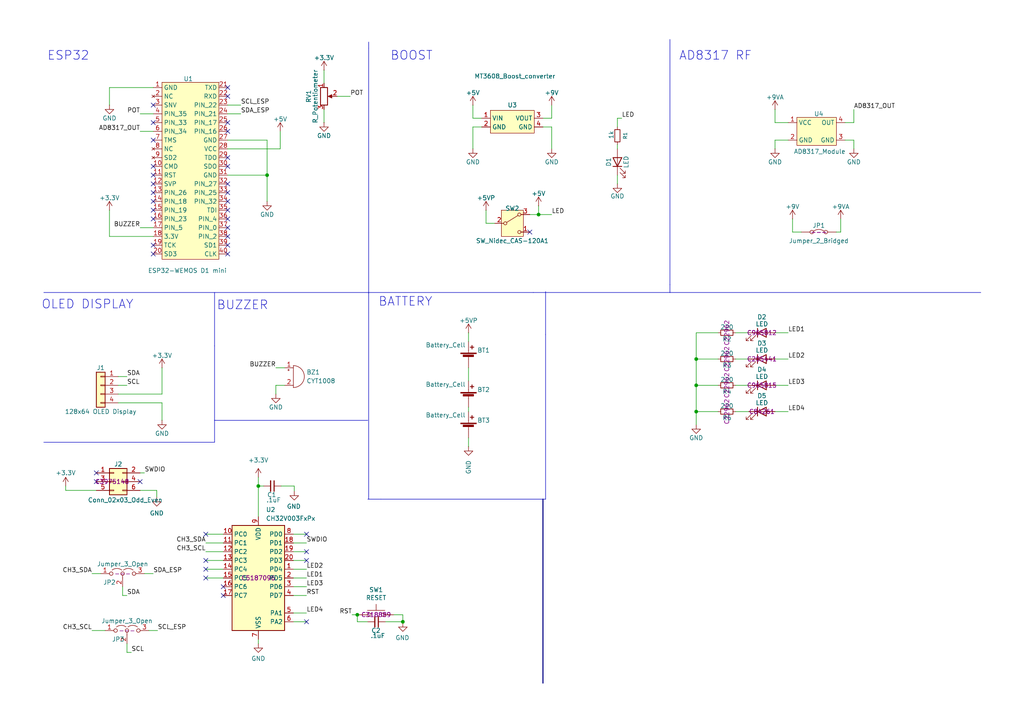
<source format=kicad_sch>
(kicad_sch (version 20250114) (generator "eeschema") (generator_version "9.0")
  (paper "A4")
  (lib_symbols
    (symbol "Battery_Cell_1" (pin_numbers (hide yes)) (pin_names (offset 0) (hide yes))
      (property "Reference" "BT4" (at 2.54 2.54 0))
      (property "Value" "Battery_Cell" (at -12.446 4.064 0))
      (symbol "Battery_Cell_1_0_1"
        (rectangle (start -2.286 1.778) (end 2.286 1.524) (fill (type outline)))
        (rectangle (start -1.5748 1.1938) (end 1.4732 0.6858) (fill (type outline)))
        (polyline (pts (xy 0 1.778) (xy 0 2.54)))
        (polyline (pts (xy 0 0.762) (xy 0 0)))
        (polyline (pts (xy 0.508 3.429) (xy 1.524 3.429)) (stroke (width 0.254)))
        (polyline (pts (xy 1.016 3.937) (xy 1.016 2.921)) (stroke (width 0.254)))
      )
      (symbol "Battery_Cell_1_1_1"
        (pin passive line (at 0 5.08 270) (length 2.54) (name "+") (number "1"))
        (pin passive line (at 0 -2.54 90) (length 2.54) (name "-") (number "2"))
      )
    )
    (symbol "Connector_Generic:Conn_01x04" (pin_names (offset 1.016) (hide yes))
      (property "Reference" "J" (at 0 5.08 0))
      (property "Value" "Conn_01x04" (at 0 -7.62 0))
      (symbol "Conn_01x04_1_1"
        (rectangle (start -1.27 3.81) (end 1.27 -6.35) (stroke (width 0.254)) (fill (type background)))
        (rectangle (start -1.27 2.667) (end 0 2.413) (stroke (width 0.1524)))
        (rectangle (start -1.27 0.127) (end 0 -0.127) (stroke (width 0.1524)))
        (rectangle (start -1.27 -2.413) (end 0 -2.667) (stroke (width 0.1524)))
        (rectangle (start -1.27 -4.953) (end 0 -5.207) (stroke (width 0.1524)))
        (pin passive line (at -5.08 2.54 0) (length 3.81) (name "Pin_1") (number "1"))
        (pin passive line (at -5.08 0 0) (length 3.81) (name "Pin_2") (number "2"))
        (pin passive line (at -5.08 -2.54 0) (length 3.81) (name "Pin_3") (number "3"))
        (pin passive line (at -5.08 -5.08 0) (length 3.81) (name "Pin_4") (number "4"))
      )
    )
    (symbol "Connector_Generic:Conn_02x03_Odd_Even" (pin_names (offset 1.016) (hide yes))
      (property "Reference" "J" (at 1.27 5.08 0))
      (property "Value" "Conn_02x03_Odd_Even" (at 1.27 -5.08 0))
      (symbol "Conn_02x03_Odd_Even_1_1"
        (rectangle (start -1.27 3.81) (end 3.81 -3.81) (stroke (width 0.254)) (fill (type background)))
        (rectangle (start -1.27 2.667) (end 0 2.413) (stroke (width 0.1524)))
        (rectangle (start -1.27 0.127) (end 0 -0.127) (stroke (width 0.1524)))
        (rectangle (start -1.27 -2.413) (end 0 -2.667) (stroke (width 0.1524)))
        (rectangle (start 3.81 2.667) (end 2.54 2.413) (stroke (width 0.1524)))
        (rectangle (start 3.81 0.127) (end 2.54 -0.127) (stroke (width 0.1524)))
        (rectangle (start 3.81 -2.413) (end 2.54 -2.667) (stroke (width 0.1524)))
        (pin passive line (at -5.08 2.54 0) (length 3.81) (name "Pin_1") (number "1"))
        (pin passive line (at -5.08 0 0) (length 3.81) (name "Pin_3") (number "3"))
        (pin passive line (at -5.08 -2.54 0) (length 3.81) (name "Pin_5") (number "5"))
        (pin passive line (at 7.62 2.54 180) (length 3.81) (name "Pin_2") (number "2"))
        (pin passive line (at 7.62 0 180) (length 3.81) (name "Pin_4") (number "4"))
        (pin passive line (at 7.62 -2.54 180) (length 3.81) (name "Pin_6") (number "6"))
      )
    )
    (symbol "Device:Battery_Cell" (pin_numbers (hide yes)) (pin_names (offset 0) (hide yes))
      (property "Reference" "BT3" (at 2.54 2.54 0))
      (property "Value" "Battery_Cell" (at -12.446 4.064 0))
      (symbol "Battery_Cell_0_1"
        (rectangle (start -2.286 1.778) (end 2.286 1.524) (fill (type outline)))
        (rectangle (start -1.5748 1.1938) (end 1.4732 0.6858) (fill (type outline)))
        (polyline (pts (xy 0 1.778) (xy 0 2.54)))
        (polyline (pts (xy 0 0.762) (xy 0 0)))
        (polyline (pts (xy 0.508 3.429) (xy 1.524 3.429)) (stroke (width 0.254)))
        (polyline (pts (xy 1.016 3.937) (xy 1.016 2.921)) (stroke (width 0.254)))
      )
      (symbol "Battery_Cell_1_1"
        (pin passive line (at 0 5.08 270) (length 2.54) (name "+") (number "1"))
        (pin passive line (at 0 -2.54 90) (length 2.54) (name "-") (number "2"))
      )
    )
    (symbol "Device:Buzzer" (pin_names (offset 0.0254) (hide yes))
      (property "Reference" "BZ" (at 3.81 1.27 0))
      (property "Value" "Buzzer" (at 3.81 -1.27 0))
      (symbol "Buzzer_0_1"
        (polyline (pts (xy -1.651 1.905) (xy -1.143 1.905)))
        (polyline (pts (xy -1.397 2.159) (xy -1.397 1.651)))
        (arc (start 0 3.175) (mid 3.1612 0) (end 0 -3.175))
        (polyline (pts (xy 0 3.175) (xy 0 -3.175)))
      )
      (symbol "Buzzer_1_1"
        (pin passive line (at -2.54 2.54 0) (length 2.54) (name "+") (number "1"))
        (pin passive line (at -2.54 -2.54 0) (length 2.54) (name "-") (number "2"))
      )
    )
    (symbol "Device:C_Small" (pin_numbers (hide yes)) (pin_names (offset 0.254) (hide yes))
      (property "Reference" "C" (at 0.254 1.778 0))
      (property "Value" "C_Small" (at 0.254 -2.032 0))
      (symbol "C_Small_0_1"
        (polyline (pts (xy -1.524 0.508) (xy 1.524 0.508)) (stroke (width 0.3048)))
        (polyline (pts (xy -1.524 -0.508) (xy 1.524 -0.508)) (stroke (width 0.3302)))
      )
      (symbol "C_Small_1_1"
        (pin passive line (at 0 2.54 270) (length 2.032) (name "~") (number "1"))
        (pin passive line (at 0 -2.54 90) (length 2.032) (name "~") (number "2"))
      )
    )
    (symbol "Device:LED" (pin_numbers (hide yes)) (pin_names (offset 1.016) (hide yes))
      (property "Reference" "D" (at 0 2.54 0))
      (property "Value" "LED" (at 0 -2.54 0))
      (symbol "LED_0_1"
        (polyline (pts (xy -3.048 -0.762) (xy -4.572 -2.286) (xy -3.81 -2.286) (xy -4.572 -2.286) (xy -4.572 -1.524)))
        (polyline (pts (xy -1.778 -0.762) (xy -3.302 -2.286) (xy -2.54 -2.286) (xy -3.302 -2.286) (xy -3.302 -1.524)))
        (polyline (pts (xy -1.27 0) (xy 1.27 0)))
        (polyline (pts (xy -1.27 -1.27) (xy -1.27 1.27)) (stroke (width 0.254)))
        (polyline (pts (xy 1.27 -1.27) (xy 1.27 1.27) (xy -1.27 0) (xy 1.27 -1.27)) (stroke (width 0.254)))
      )
      (symbol "LED_1_1"
        (pin passive line (at -3.81 0 0) (length 2.54) (name "K") (number "1"))
        (pin passive line (at 3.81 0 180) (length 2.54) (name "A") (number "2"))
      )
    )
    (symbol "Device:R_Potentiometer" (pin_names (offset 1.016) (hide yes))
      (property "Reference" "RV" (at -4.445 0 90))
      (property "Value" "R_Potentiometer" (at -2.54 0 90))
      (symbol "R_Potentiometer_0_1"
        (rectangle (start 1.016 2.54) (end -1.016 -2.54) (stroke (width 0.254)))
        (polyline (pts (xy 1.143 0) (xy 2.286 0.508) (xy 2.286 -0.508) (xy 1.143 0)) (fill (type outline)))
        (polyline (pts (xy 2.54 0) (xy 1.524 0)))
      )
      (symbol "R_Potentiometer_1_1"
        (pin passive line (at 0 3.81 270) (length 1.27) (name "1") (number "1"))
        (pin passive line (at 0 -3.81 90) (length 1.27) (name "3") (number "3"))
        (pin passive line (at 3.81 0 180) (length 1.27) (name "2") (number "2"))
      )
    )
    (symbol "Device:R_Small" (pin_numbers (hide yes)) (pin_names (offset 0.254) (hide yes))
      (property "Reference" "R" (at 0.762 0.508 0))
      (property "Value" "R_Small" (at 0.762 -1.016 0))
      (symbol "R_Small_0_1"
        (rectangle (start -0.762 1.778) (end 0.762 -1.778) (stroke (width 0.2032)))
      )
      (symbol "R_Small_1_1"
        (pin passive line (at 0 2.54 270) (length 0.762) (name "~") (number "1"))
        (pin passive line (at 0 -2.54 90) (length 0.762) (name "~") (number "2"))
      )
    )
    (symbol "Jumper:Jumper_2_Bridged" (pin_numbers (hide yes)) (pin_names (offset 0) (hide yes))
      (property "Reference" "JP" (at 0 1.905 0))
      (property "Value" "Jumper_2_Bridged" (at 0 -2.54 0))
      (symbol "Jumper_2_Bridged_0_0"
        (circle (center -2.032 0) (radius 0.508))
        (circle (center 2.032 0) (radius 0.508))
      )
      (symbol "Jumper_2_Bridged_0_1"
        (arc (start -1.524 0.254) (mid 0 0.762) (end 1.524 0.254))
      )
      (symbol "Jumper_2_Bridged_1_1"
        (pin passive line (at -5.08 0 0) (length 2.54) (name "A") (number "1"))
        (pin passive line (at 5.08 0 180) (length 2.54) (name "B") (number "2"))
      )
    )
    (symbol "Jumper:Jumper_3_Open" (pin_names (offset 0) (hide yes)) (in_bom no)
      (property "Reference" "JP" (at -2.54 -2.54 0))
      (property "Value" "Jumper_3_Open" (at 0 2.794 0))
      (symbol "Jumper_3_Open_0_0"
        (circle (center -3.302 0) (radius 0.508))
        (circle (center 0 0) (radius 0.508))
        (circle (center 3.302 0) (radius 0.508))
      )
      (symbol "Jumper_3_Open_0_1"
        (arc (start -3.048 1.016) (mid -1.651 1.4992) (end -0.254 1.016))
        (polyline (pts (xy 0 -0.508) (xy 0 -1.27)))
        (arc (start 0.254 1.016) (mid 1.651 1.4992) (end 3.048 1.016))
      )
      (symbol "Jumper_3_Open_1_1"
        (pin passive line (at -6.35 0 0) (length 2.54) (name "A") (number "1"))
        (pin passive line (at 0 -3.81 90) (length 2.54) (name "C") (number "2"))
        (pin passive line (at 6.35 0 180) (length 2.54) (name "B") (number "3"))
      )
    )
    (symbol "MCU_WCH_CH32V0:CH32V003FxPx"
      (property "Reference" "U" (at -7.62 17.78 0))
      (property "Value" "CH32V003FxPx" (at 7.62 17.78 0))
      (symbol "CH32V003FxPx_1_1"
        (rectangle (start -7.62 15.24) (end 7.62 -15.24) (stroke (width 0.254)) (fill (type background)))
        (pin bidirectional line (at -10.16 12.7 0) (length 2.54) (name "PC0") (number "10"))
        (pin bidirectional line (at -10.16 10.16 0) (length 2.54) (name "PC1") (number "11"))
        (pin bidirectional line (at -10.16 7.62 0) (length 2.54) (name "PC2") (number "12"))
        (pin bidirectional line (at -10.16 5.08 0) (length 2.54) (name "PC3") (number "13"))
        (pin bidirectional line (at -10.16 2.54 0) (length 2.54) (name "PC4") (number "14"))
        (pin bidirectional line (at -10.16 0 0) (length 2.54) (name "PC5") (number "15"))
        (pin bidirectional line (at -10.16 -2.54 0) (length 2.54) (name "PC6") (number "16"))
        (pin bidirectional line (at -10.16 -5.08 0) (length 2.54) (name "PC7") (number "17"))
        (pin power_in line (at 0 17.78 270) (length 2.54) (name "VDD") (number "9"))
        (pin power_in line (at 0 -17.78 90) (length 2.54) (name "VSS") (number "7"))
        (pin bidirectional line (at 10.16 12.7 180) (length 2.54) (name "PD0") (number "8"))
        (pin bidirectional line (at 10.16 10.16 180) (length 2.54) (name "PD1") (number "18"))
        (pin bidirectional line (at 10.16 7.62 180) (length 2.54) (name "PD2") (number "19"))
        (pin bidirectional line (at 10.16 5.08 180) (length 2.54) (name "PD3") (number "20"))
        (pin bidirectional line (at 10.16 2.54 180) (length 2.54) (name "PD4") (number "1"))
        (pin bidirectional line (at 10.16 0 180) (length 2.54) (name "PD5") (number "2"))
        (pin bidirectional line (at 10.16 -2.54 180) (length 2.54) (name "PD6") (number "3"))
        (pin bidirectional line (at 10.16 -5.08 180) (length 2.54) (name "PD7") (number "4"))
        (pin bidirectional line (at 10.16 -10.16 180) (length 2.54) (name "PA1") (number "5"))
        (pin bidirectional line (at 10.16 -12.7 180) (length 2.54) (name "PA2") (number "6"))
      )
    )
    (symbol "R_Small_3" (pin_numbers (hide yes)) (pin_names (offset 0.254) (hide yes))
      (property "Reference" "R" (at 0 0 90))
      (property "Value" "R_Small" (at 1.778 0 90))
      (symbol "R_Small_3_0_1"
        (rectangle (start -0.762 1.778) (end 0.762 -1.778) (stroke (width 0.2032)))
      )
      (symbol "R_Small_3_1_1"
        (pin passive line (at 0 2.54 270) (length 0.762) (name "~") (number "1"))
        (pin passive line (at 0 -2.54 90) (length 0.762) (name "~") (number "2"))
      )
    )
    (symbol "Switch:SW_Nidec_CAS-120A1" (pin_names (offset 1) (hide yes))
      (property "Reference" "SW" (at 0 4.318 0))
      (property "Value" "SW_Nidec_CAS-120A1" (at 0 -5.08 0))
      (symbol "SW_Nidec_CAS-120A1_0_1"
        (circle (center -2.032 0) (radius 0.4572))
        (polyline (pts (xy -1.651 0.254) (xy 1.651 2.286)))
        (circle (center 2.032 2.54) (radius 0.4572))
        (circle (center 2.032 -2.54) (radius 0.4572))
      )
      (symbol "SW_Nidec_CAS-120A1_1_1"
        (rectangle (start -3.175 3.81) (end 3.175 -3.81) (fill (type background)))
        (pin passive line (at -5.08 0 0) (length 2.54) (name "B") (number "2"))
        (pin passive line (at 5.08 2.54 180) (length 2.54) (name "A") (number "3"))
        (pin passive line (at 5.08 -2.54 180) (length 2.54) (name "C") (number "1"))
      )
    )
    (symbol "Switch:SW_Push" (pin_numbers (hide yes)) (pin_names (offset 1.016) (hide yes))
      (property "Reference" "SW" (at 1.27 2.54 0))
      (property "Value" "SW_Push" (at 0 -1.524 0))
      (symbol "SW_Push_0_1"
        (circle (center -2.032 0) (radius 0.508))
        (polyline (pts (xy 0 1.27) (xy 0 3.048)))
        (circle (center 2.032 0) (radius 0.508))
        (polyline (pts (xy 2.54 1.27) (xy -2.54 1.27)))
        (pin passive line (at -5.08 0 0) (length 2.54) (name "1") (number "1"))
        (pin passive line (at 5.08 0 180) (length 2.54) (name "2") (number "2"))
      )
    )
    (symbol "badge-44con-2025:AD8317_Module"
      (property "Reference" "U" (at 0 5.08 0))
      (symbol "AD8317_Module_1_1"
        (rectangle (start -6.35 4.064) (end 5.08 -4.064) (fill (type background)))
        (pin power_in line (at -8.89 2.54 0) (length 2.54) (name "VCC") (number "1"))
        (pin power_out line (at -8.89 -2.54 0) (length 2.54) (name "GND") (number "2"))
        (pin output line (at 7.62 2.54 180) (length 2.54) (name "OUT") (number "4"))
        (pin power_out line (at 7.62 -2.54 180) (length 2.54) (name "GND") (number "3"))
      )
    )
    (symbol "badge-44con-2025:MT3608_Module"
      (property "Reference" "U" (at 0 5.08 0))
      (symbol "MT3608_Module_1_1"
        (rectangle (start -6.35 3.556) (end 6.35 -3.048) (fill (type background)))
        (pin output line (at -8.89 1.27 0) (length 2.54) (name "VIN") (number "1"))
        (pin output line (at -8.89 -1.27 0) (length 2.54) (name "GND") (number "2"))
        (pin output line (at 8.89 1.27 180) (length 2.54) (name "VOUT") (number "3"))
        (pin output line (at 8.89 -1.27 180) (length 2.54) (name "GND") (number "4"))
      )
    )
    (symbol "badge-44con-2025:WEMOS_D1_Mini_ESP32_WiFi_CH9102_USB_Tipo-C"
      (property "Reference" "U3" (at 1.016 26.924 0))
      (property "Value" "~" (at 0 0 0))
      (symbol "WEMOS_D1_Mini_ESP32_WiFi_CH9102_USB_Tipo-C_1_1"
        (rectangle (start -7.62 24.384) (end 8.89 -26.924) (fill (type background)))
        (pin power_out line (at -10.16 22.86 0) (length 2.54) (name "GND") (number "1"))
        (pin no_connect line (at -10.16 20.32 0) (length 2.54) (name "NC") (number "2"))
        (pin input line (at -10.16 17.78 0) (length 2.54) (name "SNV") (number "3"))
        (pin input line (at -10.16 15.24 0) (length 2.54) (name "PIN_35") (number "4"))
        (pin input line (at -10.16 12.7 0) (length 2.54) (name "PIN_33") (number "5"))
        (pin input line (at -10.16 10.16 0) (length 2.54) (name "PIN_34") (number "6"))
        (pin input line (at -10.16 7.62 0) (length 2.54) (name "TMS") (number "7"))
        (pin no_connect line (at -10.16 5.08 0) (length 2.54) (name "NC") (number "8"))
        (pin no_connect line (at -10.16 2.54 0) (length 2.54) (name "SD2") (number "9"))
        (pin input line (at -10.16 0 0) (length 2.54) (name "CMD") (number "10"))
        (pin input line (at -10.16 -2.54 0) (length 2.54) (name "RST") (number "11"))
        (pin input line (at -10.16 -5.08 0) (length 2.54) (name "SVP") (number "12"))
        (pin input line (at -10.16 -7.62 0) (length 2.54) (name "PIN_26") (number "13"))
        (pin input line (at -10.16 -10.16 0) (length 2.54) (name "PIN_18") (number "14"))
        (pin input line (at -10.16 -12.7 0) (length 2.54) (name "PIN_19") (number "15"))
        (pin input line (at -10.16 -15.24 0) (length 2.54) (name "PIN_23") (number "16"))
        (pin input line (at -10.16 -17.78 0) (length 2.54) (name "PIN_5") (number "17"))
        (pin power_in line (at -10.16 -20.32 0) (length 2.54) (name "3.3V") (number "18"))
        (pin input line (at -10.16 -22.86 0) (length 2.54) (name "TCK") (number "19"))
        (pin input line (at -10.16 -25.4 0) (length 2.54) (name "SD3") (number "20"))
        (pin output line (at 11.43 22.86 180) (length 2.54) (name "TXD") (number "21"))
        (pin input line (at 11.43 20.32 180) (length 2.54) (name "RXD") (number "22"))
        (pin input line (at 11.43 17.78 180) (length 2.54) (name "PIN_22") (number "23"))
        (pin input line (at 11.43 15.24 180) (length 2.54) (name "PIN_21") (number "24"))
        (pin input line (at 11.43 12.7 180) (length 2.54) (name "PIN_17") (number "25"))
        (pin input line (at 11.43 10.16 180) (length 2.54) (name "PIN_16") (number "26"))
        (pin power_out line (at 11.43 7.62 180) (length 2.54) (name "GND") (number "27"))
        (pin power_in line (at 11.43 5.08 180) (length 2.54) (name "VCC") (number "28"))
        (pin input line (at 11.43 2.54 180) (length 2.54) (name "TDO") (number "29"))
        (pin input line (at 11.43 0 180) (length 2.54) (name "SDO") (number "30"))
        (pin power_out line (at 11.43 -2.54 180) (length 2.54) (name "GND") (number "31"))
        (pin input line (at 11.43 -5.08 180) (length 2.54) (name "PIN_27") (number "32"))
        (pin input line (at 11.43 -7.62 180) (length 2.54) (name "PIN_25") (number "33"))
        (pin input line (at 11.43 -10.16 180) (length 2.54) (name "PIN_32") (number "34"))
        (pin input line (at 11.43 -12.7 180) (length 2.54) (name "TDI") (number "35"))
        (pin input line (at 11.43 -15.24 180) (length 2.54) (name "PIN_4") (number "36"))
        (pin input line (at 11.43 -17.78 180) (length 2.54) (name "PIN_0") (number "37"))
        (pin input line (at 11.43 -20.32 180) (length 2.54) (name "PIN_2") (number "38"))
        (pin input line (at 11.43 -22.86 180) (length 2.54) (name "SD1") (number "39"))
        (pin input line (at 11.43 -25.4 180) (length 2.54) (name "CLK") (number "40"))
      )
    )
    (symbol "power:+3.3V" (power) (pin_numbers (hide yes)) (pin_names (offset 0) (hide yes))
      (property "Value" "+3.3V" (at 0 3.556 0))
      (symbol "+3.3V_0_1"
        (polyline (pts (xy -0.762 1.27) (xy 0 2.54)))
        (polyline (pts (xy 0 2.54) (xy 0.762 1.27)))
        (polyline (pts (xy 0 0) (xy 0 2.54)))
      )
      (symbol "+3.3V_1_1"
        (pin power_in line (at 0 0 90) (length 0) (name "~") (number "1"))
      )
    )
    (symbol "power:+5V" (power) (pin_numbers (hide yes)) (pin_names (offset 0) (hide yes))
      (property "Value" "+5V" (at 0 3.556 0))
      (symbol "+5V_0_1"
        (polyline (pts (xy -0.762 1.27) (xy 0 2.54)))
        (polyline (pts (xy 0 2.54) (xy 0.762 1.27)))
        (polyline (pts (xy 0 0) (xy 0 2.54)))
      )
      (symbol "+5V_1_1"
        (pin power_in line (at 0 0 90) (length 0) (name "~") (number "1"))
      )
    )
    (symbol "power:+5VP" (power) (pin_numbers (hide yes)) (pin_names (offset 0) (hide yes))
      (property "Value" "+5VP" (at 0 3.556 0))
      (symbol "+5VP_0_1"
        (polyline (pts (xy -0.762 1.27) (xy 0 2.54)))
        (polyline (pts (xy 0 2.54) (xy 0.762 1.27)))
        (polyline (pts (xy 0 0) (xy 0 2.54)))
      )
      (symbol "+5VP_1_1"
        (pin power_in line (at 0 0 90) (length 0) (name "~") (number "1"))
      )
    )
    (symbol "power:+9V" (power) (pin_numbers (hide yes)) (pin_names (offset 0) (hide yes))
      (property "Value" "+9V" (at 0 3.556 0))
      (symbol "+9V_0_1"
        (polyline (pts (xy -0.762 1.27) (xy 0 2.54)))
        (polyline (pts (xy 0 2.54) (xy 0.762 1.27)))
        (polyline (pts (xy 0 0) (xy 0 2.54)))
      )
      (symbol "+9V_1_1"
        (pin power_in line (at 0 0 90) (length 0) (name "~") (number "1"))
      )
    )
    (symbol "power:+9VA" (power) (pin_numbers (hide yes)) (pin_names (offset 0) (hide yes))
      (property "Value" "+9VA" (at 0 3.556 0))
      (symbol "+9VA_0_1"
        (polyline (pts (xy -0.762 1.27) (xy 0 2.54)))
        (polyline (pts (xy 0 2.54) (xy 0.762 1.27)))
        (polyline (pts (xy 0 0) (xy 0 2.54)))
      )
      (symbol "+9VA_1_1"
        (pin power_in line (at 0 0 90) (length 0) (name "~") (number "1"))
      )
    )
    (symbol "power:GND" (power) (pin_numbers (hide yes)) (pin_names (offset 0) (hide yes))
      (property "Value" "GND" (at 0 -3.81 0))
      (symbol "GND_0_1"
        (polyline (pts (xy 0 0) (xy 0 -1.27) (xy 1.27 -1.27) (xy 0 -2.54) (xy -1.27 -1.27) (xy 0 -1.27)))
      )
      (symbol "GND_1_1"
        (pin power_in line (at 0 0 270) (length 0) (name "~") (number "1"))
      )
    )
  )
  (text "AD8317 RF" (at 207.518 16.256 0) (effects (font (size 2.54 2.54))))
  (text "BATTERY\n\n\n" (at 117.602 91.694 0) (effects (font (size 2.54 2.54))))
  (text "ESP32\n" (at 19.812 16.256 0) (effects (font (size 2.54 2.54))))
  (text "BUZZER\n\n" (at 70.358 90.678 0) (effects (font (size 2.54 2.54))))
  (text "BOOST\n\n" (at 119.38 18.288 0) (effects (font (size 2.54 2.54))))
  (text "OLED DISPLAY\n" (at 25.4 88.392 0) (effects (font (size 2.54 2.54))))
  (junction (at 201.93 104.14))
  (junction (at 156.21 62.23))
  (junction (at 201.93 111.76))
  (junction (at 103.632 178.308))
  (junction (at 77.47 50.8))
  (junction (at 74.93 140.97))
  (junction (at 116.84 180.34))
  (junction (at 201.93 119.38))
  (no_connect (at 27.94 137.16))
  (no_connect (at 66.04 63.5))
  (no_connect (at 59.69 154.94))
  (no_connect (at 66.04 58.42))
  (no_connect (at 66.04 35.56))
  (no_connect (at 64.77 170.18))
  (no_connect (at 153.67 67.31))
  (no_connect (at 66.04 66.04))
  (no_connect (at 66.04 25.4))
  (no_connect (at 66.04 68.58))
  (no_connect (at 44.45 63.5))
  (no_connect (at 44.45 40.64))
  (no_connect (at 59.69 162.56))
  (no_connect (at 44.45 53.34))
  (no_connect (at 88.9 162.56))
  (no_connect (at 66.04 60.96))
  (no_connect (at 66.04 45.72))
  (no_connect (at 88.9 154.94))
  (no_connect (at 44.45 58.42))
  (no_connect (at 59.69 165.1))
  (no_connect (at 64.77 172.72))
  (no_connect (at 66.04 48.26))
  (no_connect (at 44.45 71.12))
  (no_connect (at 66.04 27.94))
  (no_connect (at 66.04 38.1))
  (no_connect (at 66.04 55.88))
  (no_connect (at 66.04 53.34))
  (no_connect (at 59.69 167.64))
  (no_connect (at 44.45 35.56))
  (no_connect (at 44.45 50.8))
  (no_connect (at 88.9 160.02))
  (no_connect (at 44.45 30.48))
  (no_connect (at 88.9 180.34))
  (no_connect (at 66.04 73.66))
  (no_connect (at 44.45 73.66))
  (no_connect (at 27.94 139.7))
  (no_connect (at 44.45 60.96))
  (no_connect (at 40.64 139.7))
  (no_connect (at 44.45 55.88))
  (no_connect (at 44.45 48.26))
  (no_connect (at 66.04 71.12))
  (wire (pts (xy 36.83 172.72) (xy 35.56 172.72)))
  (wire (pts (xy 74.93 186.69) (xy 74.93 185.42)))
  (wire (pts (xy 201.93 104.14) (xy 208.28 104.14)))
  (wire (pts (xy 245.11 35.56) (xy 247.65 35.56)))
  (wire (pts (xy 43.18 182.88) (xy 45.72 182.88)))
  (wire (pts (xy 213.36 96.52) (xy 217.17 96.52)))
  (wire (pts (xy 156.21 62.23) (xy 160.02 62.23)))
  (wire (pts (xy 137.16 34.29) (xy 137.16 30.48)))
  (wire (pts (xy 59.69 167.64) (xy 64.77 167.64)))
  (wire (pts (xy 31.75 68.58) (xy 44.45 68.58)))
  (wire (pts (xy 208.28 96.52) (xy 201.93 96.52)))
  (wire (pts (xy 19.05 140.97) (xy 19.05 142.24)))
  (wire (pts (xy 34.29 109.22) (xy 36.83 109.22)))
  (wire (pts (xy 201.93 111.76) (xy 208.28 111.76)))
  (wire (pts (xy 228.6 111.76) (xy 224.79 111.76)))
  (wire (pts (xy 179.07 50.8) (xy 179.07 53.34)))
  (wire (pts (xy 103.632 178.308) (xy 102.108 178.308)))
  (wire (pts (xy 40.64 66.04) (xy 44.45 66.04)))
  (wire (pts (xy 201.93 96.52) (xy 201.93 104.14)))
  (wire (pts (xy 229.87 67.31) (xy 232.41 67.31)))
  (wire (pts (xy 228.6 104.14) (xy 224.79 104.14)))
  (wire (pts (xy 179.07 41.91) (xy 179.07 43.18)))
  (wire (pts (xy 59.69 165.1) (xy 64.77 165.1)))
  (polyline (pts (xy 12.7 128.27) (xy 62.23 128.27)))
  (polyline (pts (xy 194.31 84.836) (xy 154.686 84.836)))
  (polyline (pts (xy 106.68 144.78) (xy 110.49 144.78)))
  (wire (pts (xy 88.9 160.02) (xy 85.09 160.02)))
  (wire (pts (xy 140.97 60.96) (xy 140.97 64.77)))
  (wire (pts (xy 19.05 142.24) (xy 27.94 142.24)))
  (wire (pts (xy 85.344 140.97) (xy 81.534 140.97)))
  (polyline (pts (xy 106.934 144.78) (xy 106.934 84.836)))
  (polyline (pts (xy 194.31 11.43) (xy 194.31 82.55)))
  (wire (pts (xy 66.04 50.8) (xy 77.47 50.8)))
  (wire (pts (xy 88.9 172.72) (xy 85.09 172.72)))
  (wire (pts (xy 44.45 25.4) (xy 31.75 25.4)))
  (wire (pts (xy 201.93 119.38) (xy 201.93 123.19)))
  (polyline (pts (xy 158.242 144.78) (xy 158.242 97.028)))
  (wire (pts (xy 66.04 40.64) (xy 77.47 40.64)))
  (wire (pts (xy 104.013 178.308) (xy 103.632 178.308)))
  (wire (pts (xy 76.454 140.97) (xy 74.93 140.97)))
  (wire (pts (xy 26.67 182.88) (xy 30.48 182.88)))
  (wire (pts (xy 59.69 154.94) (xy 64.77 154.94)))
  (wire (pts (xy 36.83 189.23) (xy 36.83 186.69)))
  (wire (pts (xy 66.04 43.18) (xy 81.28 43.18)))
  (wire (pts (xy 97.79 27.94) (xy 101.6 27.94)))
  (polyline (pts (xy 12.7 84.836) (xy 106.934 84.836)) (stroke (width 0) (type solid)))
  (wire (pts (xy 135.89 119.38) (xy 135.89 118.11)))
  (wire (pts (xy 40.64 38.1) (xy 44.45 38.1)))
  (wire (pts (xy 116.84 180.34) (xy 111.76 180.34)))
  (wire (pts (xy 66.04 30.48) (xy 69.85 30.48)))
  (wire (pts (xy 213.36 119.38) (xy 217.17 119.38)))
  (wire (pts (xy 228.6 119.38) (xy 224.79 119.38)))
  (wire (pts (xy 31.75 60.96) (xy 31.75 68.58)))
  (polyline (pts (xy 158.242 84.582) (xy 158.242 97.028)))
  (wire (pts (xy 247.65 31.75) (xy 247.65 35.56)))
  (wire (pts (xy 201.93 104.14) (xy 201.93 111.76)))
  (wire (pts (xy 179.07 34.29) (xy 179.07 36.83)))
  (wire (pts (xy 26.67 166.37) (xy 29.21 166.37)))
  (wire (pts (xy 160.02 34.29) (xy 160.02 30.48)))
  (wire (pts (xy 180.34 34.29) (xy 179.07 34.29)))
  (wire (pts (xy 229.87 63.5) (xy 229.87 67.31)))
  (wire (pts (xy 40.64 142.24) (xy 45.466 142.24)))
  (polyline (pts (xy 154.686 84.836) (xy 106.934 84.836)))
  (wire (pts (xy 85.344 142.494) (xy 85.344 140.97)))
  (wire (pts (xy 93.98 20.32) (xy 93.98 24.13)))
  (wire (pts (xy 135.89 106.68) (xy 135.89 110.49)))
  (wire (pts (xy 135.89 127) (xy 135.89 129.54)))
  (wire (pts (xy 88.9 165.1) (xy 85.09 165.1)))
  (wire (pts (xy 46.99 116.84) (xy 46.99 121.92)))
  (wire (pts (xy 59.69 160.02) (xy 64.77 160.02)))
  (wire (pts (xy 34.29 114.3) (xy 46.99 114.3)))
  (wire (pts (xy 137.16 43.18) (xy 137.16 36.83)))
  (wire (pts (xy 103.632 178.308) (xy 103.632 180.34)))
  (wire (pts (xy 74.93 138.43) (xy 74.93 140.97)))
  (polyline (pts (xy 106.934 12.192) (xy 106.934 13.97)))
  (wire (pts (xy 34.29 116.84) (xy 46.99 116.84)))
  (wire (pts (xy 66.04 33.02) (xy 69.85 33.02)))
  (wire (pts (xy 156.21 62.23) (xy 153.67 62.23)))
  (polyline (pts (xy 110.49 144.78) (xy 158.242 144.78)))
  (wire (pts (xy 77.47 40.64) (xy 77.47 50.8)))
  (wire (pts (xy 41.91 166.37) (xy 44.45 166.37)))
  (wire (pts (xy 74.93 140.97) (xy 74.93 149.86)))
  (wire (pts (xy 137.16 36.83) (xy 139.7 36.83)))
  (wire (pts (xy 224.79 40.64) (xy 228.6 40.64)))
  (wire (pts (xy 88.9 167.64) (xy 85.09 167.64)))
  (wire (pts (xy 224.79 43.18) (xy 224.79 40.64)))
  (wire (pts (xy 160.02 36.83) (xy 157.48 36.83)))
  (wire (pts (xy 80.01 111.76) (xy 82.55 111.76)))
  (wire (pts (xy 213.36 111.76) (xy 217.17 111.76)))
  (polyline (pts (xy 62.23 121.92) (xy 62.23 128.27)))
  (wire (pts (xy 243.84 63.5) (xy 243.84 67.31)))
  (wire (pts (xy 38.1 189.23) (xy 36.83 189.23)))
  (wire (pts (xy 201.93 119.38) (xy 208.28 119.38)))
  (bus (pts (xy 157.48 144.78) (xy 157.48 198.12)))
  (wire (pts (xy 224.79 31.75) (xy 224.79 35.56)))
  (wire (pts (xy 247.65 40.64) (xy 247.65 43.18)))
  (wire (pts (xy 81.28 43.18) (xy 81.28 38.1)))
  (wire (pts (xy 31.75 25.4) (xy 31.75 30.48)))
  (wire (pts (xy 59.69 162.56) (xy 64.77 162.56)))
  (wire (pts (xy 88.9 162.56) (xy 85.09 162.56)))
  (wire (pts (xy 59.69 157.48) (xy 64.77 157.48)))
  (wire (pts (xy 80.01 106.68) (xy 82.55 106.68)))
  (wire (pts (xy 156.21 59.69) (xy 156.21 62.23)))
  (wire (pts (xy 213.36 104.14) (xy 217.17 104.14)))
  (wire (pts (xy 46.99 114.3) (xy 46.99 106.68)))
  (polyline (pts (xy 62.23 100.33) (xy 62.23 121.92)))
  (polyline (pts (xy 106.934 13.97) (xy 106.934 85.09)))
  (wire (pts (xy 34.29 111.76) (xy 36.83 111.76)))
  (wire (pts (xy 35.56 172.72) (xy 35.56 170.18)))
  (wire (pts (xy 88.9 177.8) (xy 85.09 177.8)))
  (wire (pts (xy 116.84 180.34) (xy 116.84 180.594)))
  (wire (pts (xy 247.65 40.64) (xy 245.11 40.64)))
  (wire (pts (xy 140.97 64.77) (xy 143.51 64.77)))
  (polyline (pts (xy 62.23 84.836) (xy 62.23 100.33)))
  (polyline (pts (xy 194.31 82.55) (xy 194.31 84.836)))
  (wire (pts (xy 201.93 111.76) (xy 201.93 119.38)))
  (wire (pts (xy 116.84 178.308) (xy 116.84 180.34)))
  (wire (pts (xy 106.68 180.34) (xy 103.632 180.34)))
  (wire (pts (xy 135.89 96.52) (xy 135.89 99.06)))
  (wire (pts (xy 88.9 154.94) (xy 85.09 154.94)))
  (wire (pts (xy 80.01 114.3) (xy 80.01 111.76)))
  (wire (pts (xy 85.09 170.18) (xy 88.9 170.18)))
  (wire (pts (xy 41.91 137.16) (xy 40.64 137.16)))
  (wire (pts (xy 243.84 67.31) (xy 242.57 67.31)))
  (wire (pts (xy 224.79 35.56) (xy 228.6 35.56)))
  (wire (pts (xy 40.64 33.02) (xy 44.45 33.02)))
  (wire (pts (xy 160.02 43.18) (xy 160.02 36.83)))
  (wire (pts (xy 139.7 34.29) (xy 137.16 34.29)))
  (polyline (pts (xy 194.31 84.836) (xy 284.48 84.836)))
  (wire (pts (xy 77.47 50.8) (xy 77.47 58.42)))
  (wire (pts (xy 88.9 157.48) (xy 85.09 157.48)))
  (polyline (pts (xy 106.68 121.92) (xy 62.23 121.92)))
  (wire (pts (xy 45.466 144.272) (xy 45.466 142.24)))
  (wire (pts (xy 160.02 34.29) (xy 157.48 34.29)))
  (wire (pts (xy 88.9 180.34) (xy 85.09 180.34)))
  (wire (pts (xy 114.173 178.308) (xy 116.84 178.308)))
  (wire (pts (xy 228.6 96.52) (xy 224.79 96.52)))
  (wire (pts (xy 93.98 31.75) (xy 93.98 35.56)))
  (label "CH3_SCL" (at 59.69 160.02 180))
  (label "LED" (at 160.02 62.23 0))
  (label "POT" (at 40.64 33.02 180))
  (label "SCL" (at 38.1 189.23 0))
  (label "AD8317_OUT" (at 40.64 38.1 180))
  (label "SCL" (at 36.83 111.76 0))
  (label "SWDIO" (at 88.9 157.48 0))
  (label "BUZZER" (at 40.64 66.04 180))
  (label "CH3_SCL" (at 26.67 182.88 180))
  (label "LED1" (at 88.9 167.64 0))
  (label "CH3_SDA" (at 26.67 166.37 180))
  (label "LED4" (at 228.6 119.38 0))
  (label "SWDIO" (at 41.91 137.16 0))
  (label "LED4" (at 88.9 177.8 0))
  (label "RST" (at 88.9 172.72 0))
  (label "LED1" (at 228.6 96.52 0))
  (label "LED2" (at 228.6 104.14 0))
  (label "SDA_ESP" (at 69.85 33.02 0))
  (label "CH3_SDA" (at 59.69 157.48 180))
  (label "RST" (at 102.108 178.308 180))
  (label "LED2" (at 88.9 165.1 0))
  (label "LED3" (at 88.9 170.18 0))
  (label "LED3" (at 228.6 111.76 0))
  (label "POT" (at 101.6 27.94 0))
  (label "AD8317_OUT" (at 247.65 31.75 0))
  (label "LED" (at 180.34 34.29 0))
  (label "SDA" (at 36.83 172.72 0))
  (label "SCL_ESP" (at 69.85 30.48 0))
  (label "SDA_ESP" (at 44.45 166.37 0))
  (label "SCL_ESP" (at 45.72 182.88 0))
  (label "BUZZER" (at 80.01 106.68 180))
  (label "SDA" (at 36.83 109.22 0))
  (symbol (lib_id "power:+3.3V") (at 19.05 140.97 0) (unit 1)
    (property "Reference" "#PWR01" (effects (hide yes)))
    (property "Value" "+3.3V" (at 19.05 137.16 0))
  )
  (symbol (lib_id "power:GND") (at 247.65 43.18 0) (unit 1)
    (property "Reference" "#PWR030" (effects (hide yes)))
    (property "Value" "GND" (at 247.65 46.99 0))
    (property "Description" "Power symbol creates a global label with name \"GND\" , ground" (effects (hide yes)))
  )
  (symbol (lib_id "power:+5VP") (at 140.97 60.96 0) (unit 1)
    (property "Reference" "#PWR020" (effects (hide yes)))
    (property "Value" "+5VP" (at 140.97 57.404 0))
    (property "Description" "Power symbol creates a global label with name \"+5VP\"" (effects (hide yes)))
  )
  (symbol (lib_id "Device:C_Small") (at 109.22 180.34 270) (mirror x) (unit 1)
    (property "Reference" "C2" (at 107.696 182.88 90) (effects (justify left)))
    (property "Value" ".1uF" (at 107.442 184.404 90) (effects (justify left)))
    (property "Footprint" "Capacitor_SMD:C_0603_1608Metric" (effects (hide yes)))
    (property "manf#" "0603F104M500NT" (effects (hide yes)))
    (property "LCSC#" "C478888" (effects (hide yes)))
    (property "Proveedor" "LCSC" (effects (hide yes)))
  )
  (symbol (lib_id "power:GND") (at 93.98 35.56 0) (unit 1)
    (property "Reference" "#PWR014" (effects (hide yes)))
    (property "Value" "GND" (at 93.98 39.37 0))
    (property "Description" "Power symbol creates a global label with name \"GND\" , ground" (effects (hide yes)))
  )
  (symbol (lib_id "Device:LED") (at 220.98 119.38 0) (unit 1)
    (property "Reference" "D5" (at 220.98 114.808 0))
    (property "Value" "LED" (at 220.98 116.84 0))
    (property "Footprint" "LED_SMD:LED_0603_1608Metric" (effects (hide yes)))
    (property "Description" "Light emitting diode" (effects (hide yes)))
    (property "LCSC#" "C84261" (effects (hide yes)))
    (property "#LCSC" "C84261" (at 220.98 119.38 0))
  )
  (symbol (lib_id "Connector_Generic:Conn_01x04") (at 29.21 111.76 0) (mirror y) (unit 1)
    (property "Reference" "J1" (at 29.21 106.68 0))
    (property "Value" "128x64 OLED Display" (at 29.21 119.38 0))
    (property "Footprint" "badge-44con-2025:MODULE_DM-OLED096-636" (effects (hide yes)))
    (property "Description" "Generic connector, single row, 01x04, script generated (kicad-library-utils/schlib/autogen/connector/)" (effects (hide yes)))
    (property "provedor" "Amazon" (effects (hide yes)))
    (property "manf#" "https://www.amazon.com/gp/product/B0D2RLXLBZ" (effects (hide yes)))
  )
  (symbol (lib_id "power:+3.3V") (at 46.99 106.68 0) (unit 1)
    (property "Reference" "#PWR05" (effects (hide yes)))
    (property "Value" "+3.3V" (at 46.99 103.124 0))
    (property "Description" "Power symbol creates a global label with name \"+3.3V\"" (effects (hide yes)))
  )
  (symbol (lib_id "Device:Battery_Cell") (at 135.89 104.14 0) (unit 1)
    (property "Reference" "BT1" (at 138.43 101.6 0) (effects (justify left)))
    (property "Value" "Battery_Cell" (at 123.444 100.076 0) (effects (justify left)))
    (property "Footprint" "Battery:BatteryHolder_Keystone_2466_1xAAA" (effects (hide yes)))
    (property "LCSC#" "C5290189 " (effects (hide yes)))
    (property "manf#" "BH-AAA-A1AJ001 " (effects (hide yes)))
    (property "#LCSC" "C5290189 " (effects (hide yes)))
  )
  (symbol (lib_id "power:GND") (at 45.466 144.272 0) (unit 1)
    (property "Reference" "#PWR04" (effects (hide yes)))
    (property "Value" "GND" (at 45.466 148.844 0))
  )
  (symbol (lib_id "Device:R_Small") (at 210.82 119.38 270) (unit 1)
    (property "Reference" "R5" (at 210.8708 121.2088 90))
    (property "Value" "220" (at 210.8454 117.729 90))
    (property "Footprint" "Resistor_SMD:R_0603_1608Metric" (effects (hide yes)))
    (property "LCSC#" "C22962" (effects (hide yes)))
    (property "Proveedor" "Digikey" (effects (hide yes)))
    (property "#LCSC" "C22962" (at 210.82 119.38 0))
  )
  (symbol (lib_id "power:+5V") (at 156.21 59.69 0) (unit 1)
    (property "Reference" "#PWR021" (effects (hide yes)))
    (property "Value" "+5V" (at 156.21 56.134 0))
    (property "Description" "Power symbol creates a global label with name \"+5V\"" (effects (hide yes)))
  )
  (symbol (lib_id "power:GND") (at 85.344 142.494 0) (mirror y) (unit 1)
    (property "Reference" "#PWR012" (effects (hide yes)))
    (property "Value" "GND" (at 85.217 146.8882 0))
  )
  (symbol (lib_id "power:+9V") (at 229.87 63.5 0) (unit 1)
    (property "Reference" "#PWR028" (effects (hide yes)))
    (property "Value" "+9V" (at 229.87 59.944 0))
    (property "Description" "Power symbol creates a global label with name \"+9V\"" (effects (hide yes)))
  )
  (symbol (lib_id "badge-44con-2025:WEMOS_D1_Mini_ESP32_WiFi_CH9102_USB_Tipo-C") (at 54.61 48.26 0) (unit 1)
    (property "Reference" "U1" (at 54.61 22.86 0))
    (property "Value" "ESP32-WEMOS D1 mini" (at 54.356 78.486 0))
    (property "Footprint" "badge-44con-2025:Wemos Mini D1 ESP WiFi + Bluetooth CP2104" (effects (hide yes)))
    (property "provedor" "Amazon" (effects (hide yes)))
    (property "manf#" "https://a.co/d/5juHR3B" (effects (hide yes)))
  )
  (symbol (lib_id "power:GND") (at 31.75 30.48 0) (unit 1)
    (property "Reference" "#PWR02" (effects (hide yes)))
    (property "Value" "GND" (at 31.75 34.29 0))
    (property "Description" "Power symbol creates a global label with name \"GND\" , ground" (effects (hide yes)))
  )
  (symbol (lib_id "power:GND") (at 224.79 43.18 0) (unit 1)
    (property "Reference" "#PWR027" (effects (hide yes)))
    (property "Value" "GND" (at 224.79 46.99 0))
    (property "Description" "Power symbol creates a global label with name \"GND\" , ground" (effects (hide yes)))
  )
  (symbol (lib_id "MCU_WCH_CH32V0:CH32V003FxPx") (at 74.93 167.64 0) (unit 1)
    (property "Reference" "U2" (at 77.1241 147.828 0) (effects (justify left)))
    (property "Value" "CH32V003FxPx" (at 77.1241 150.368 0) (effects (justify left)))
    (property "Footprint" "Package_SO:TSSOP-20_4.4x6.5mm_P0.65mm" (effects (hide yes)))
    (property "Datasheet" "https://www.wch-ic.com/products/CH32V003.html" (effects (hide yes)))
    (property "Description" "CH32V003 series are industrial-grade general-purpose microcontrollers designed based on 32-bit RISC-V instruction set and architecture. It adopts QingKe V2A core, RV32EC instruction set, and supports 2 levels of interrupt nesting. The series are mounted with rich peripheral interfaces and function modules. Its internal organizational structure meets the low-cost and low-power embedded application scenarios." (effects (hide yes)))
    (property "LCSC#" "C5187096" (effects (hide yes)))
    (property "Proveedor" "JLCPCB" (effects (hide yes)))
    (property "#LCSC" "C5187096" (at 74.93 167.64 0))
  )
  (symbol (lib_id "power:GND") (at 80.01 114.3 0) (unit 1)
    (property "Reference" "#PWR010" (effects (hide yes)))
    (property "Value" "GND" (at 80.01 118.11 0))
    (property "Description" "Power symbol creates a global label with name \"GND\" , ground" (effects (hide yes)))
  )
  (symbol (lib_id "power:+5VP") (at 135.89 96.52 0) (unit 1)
    (property "Reference" "#PWR016" (effects (hide yes)))
    (property "Value" "+5VP" (at 135.89 92.964 0))
    (property "Description" "Power symbol creates a global label with name \"+5VP\"" (effects (hide yes)))
  )
  (symbol (lib_id "Switch:SW_Nidec_CAS-120A1") (at 148.59 64.77 0) (unit 1)
    (property "Reference" "SW2" (at 148.59 60.452 0))
    (property "Value" "SW_Nidec_CAS-120A1" (at 148.59 69.85 0))
    (property "Footprint" "badge-44con-2025:JS102011SAQN" (effects (hide yes)))
    (property "Datasheet" "https://www.nidec-components.com/e/catalog/switch/cas.pdf" (effects (hide yes)))
    (property "Description" "Switch, single pole double throw" (effects (hide yes)))
    (property "provedor" "Amazon" (effects (hide yes)))
    (property "#LCSC" "C221660" (effects (hide yes)))
  )
  (symbol (lib_id "power:GND") (at 74.93 186.69 0) (unit 1)
    (property "Reference" "#PWR08" (effects (hide yes)))
    (property "Value" "GND" (at 74.93 191.008 0))
    (property "Description" "Power symbol creates a global label with name \"GND\" , ground" (effects (hide yes)))
  )
  (symbol (lib_id "power:+3.3V") (at 31.75 60.96 0) (unit 1)
    (property "Reference" "#PWR03" (effects (hide yes)))
    (property "Value" "+3.3V" (at 31.75 57.404 0))
    (property "Description" "Power symbol creates a global label with name \"+3.3V\"" (effects (hide yes)))
  )
  (symbol (lib_id "Device:LED") (at 220.98 104.14 0) (unit 1)
    (property "Reference" "D3" (at 220.98 99.568 0))
    (property "Value" "LED" (at 220.98 101.6 0))
    (property "Footprint" "LED_SMD:LED_0603_1608Metric" (effects (hide yes)))
    (property "Description" "Light emitting diode" (effects (hide yes)))
    (property "LCSC#" "C205441" (effects (hide yes)))
    (property "#LCSC" "C205441" (at 220.98 104.14 0))
  )
  (symbol (lib_id "Device:Buzzer") (at 85.09 109.22 0) (unit 1)
    (property "Reference" "BZ1" (at 88.9 107.95 0) (effects (justify left)))
    (property "Value" "CYT1008" (at 88.9 110.49 0) (effects (justify left)))
    (property "Footprint" "Buzzer_Beeper:Buzzer_12x9.5RM7.6" (effects (hide yes)))
    (property "Description" "Buzzer, polarized" (effects (hide yes)))
    (property "provedor" "Amazon" (effects (hide yes)))
    (property "manf#" "https://www.amazon.com/Cylewet-Terminals-Electronic-Electromagnetic-Impedance/dp/B01NCOXB2Q" (effects (hide yes)))
  )
  (symbol (lib_id "power:GND") (at 77.47 58.42 0) (unit 1)
    (property "Reference" "#PWR09" (effects (hide yes)))
    (property "Value" "GND" (at 77.47 62.23 0))
    (property "Description" "Power symbol creates a global label with name \"GND\" , ground" (effects (hide yes)))
  )
  (symbol (lib_id "power:GND") (at 135.89 129.54 0) (unit 1)
    (property "Reference" "#PWR017" (effects (hide yes)))
    (property "Value" "GND" (at 135.89 133.477 90) (effects (justify right)))
  )
  (symbol (lib_id "Device:LED") (at 220.98 111.76 0) (unit 1)
    (property "Reference" "D4" (at 220.98 107.188 0))
    (property "Value" "LED" (at 220.98 109.22 0))
    (property "Footprint" "LED_SMD:LED_0603_1608Metric" (effects (hide yes)))
    (property "Description" "Light emitting diode" (effects (hide yes)))
    (property "LCSC#" "C965815" (effects (hide yes)))
    (property "#LCSC" "C965815" (at 220.98 111.76 0))
  )
  (symbol (lib_id "Switch:SW_Push") (at 109.093 178.308 0) (mirror y) (unit 1)
    (property "Reference" "SW1" (at 109.093 171.069 0))
    (property "Value" "RESET" (at 109.093 173.3804 0))
    (property "Footprint" "Button_Switch_SMD:SW_SPST_TL3342" (effects (hide yes)))
    (property "LCSC#" "C318889" (effects (hide yes)))
    (property "Proveedor" "LCSC" (effects (hide yes)))
    (property "#LCSC" "C318889" (at 109.093 178.308 0))
  )
  (symbol (lib_id "power:+9VA") (at 243.84 63.5 0) (unit 1)
    (property "Reference" "#PWR029" (effects (hide yes)))
    (property "Value" "+9VA" (at 243.84 59.944 0))
    (property "Description" "Power symbol creates a global label with name \"+9VA\"" (effects (hide yes)))
  )
  (symbol (lib_id "power:GND") (at 201.93 123.19 0) (unit 1)
    (property "Reference" "#PWR025" (effects (hide yes)))
    (property "Value" "GND" (at 201.93 127 0))
    (property "Description" "Power symbol creates a global label with name \"GND\" , ground" (effects (hide yes)))
  )
  (symbol (lib_id "Device:R_Small") (at 210.82 111.76 270) (unit 1)
    (property "Reference" "R4" (at 210.8708 113.5888 90))
    (property "Value" "220" (at 210.8454 110.109 90))
    (property "Footprint" "Resistor_SMD:R_0603_1608Metric" (effects (hide yes)))
    (property "LCSC#" "C22962" (effects (hide yes)))
    (property "Proveedor" "Digikey" (effects (hide yes)))
    (property "#LCSC" "C22962" (at 210.82 111.76 0))
  )
  (symbol (lib_id "Jumper:Jumper_2_Bridged") (at 237.49 67.31 0) (unit 1)
    (property "Reference" "JP1" (at 237.49 65.405 0))
    (property "Value" "Jumper_2_Bridged" (at 237.49 69.85 0))
    (property "Footprint" "Connector_PinHeader_2.54mm:PinHeader_1x02_P2.54mm_Vertical" (effects (hide yes)))
    (property "Description" "Jumper, 2-pole, closed/bridged" (effects (hide yes)))
    (property "provedor" "---" (at 237.49 67.31 0))
    (property "#LCSC" "---" (at 237.49 67.31 0))
  )
  (symbol (lib_id "power:GND") (at 179.07 53.34 0) (unit 1)
    (property "Reference" "#PWR024" (effects (hide yes)))
    (property "Value" "GND" (at 179.07 56.896 0))
    (property "Description" "Power symbol creates a global label with name \"GND\" , ground" (effects (hide yes)))
  )
  (symbol (lib_id "Device:LED") (at 179.07 46.99 90) (unit 1)
    (property "Reference" "D1" (at 176.53 46.99 0))
    (property "Value" "LED" (at 181.61 46.99 0))
    (property "Footprint" "LED_SMD:LED_0603_1608Metric" (effects (hide yes)))
    (property "Description" "Light emitting diode" (effects (hide yes)))
    (property "Sim.Pins" "1=K 2=A" (effects (hide yes)))
    (property "#LCSC" "C375573" (effects (hide yes)))
    (property "provedor" "LCSC" (effects (hide yes)))
  )
  (symbol (lib_id "power:+3.3V") (at 74.93 138.43 0) (unit 1)
    (property "Reference" "#PWR07" (effects (hide yes)))
    (property "Value" "+3.3V" (at 74.93 133.477 0))
  )
  (symbol (lib_id "Jumper:Jumper_3_Open") (at 35.56 166.37 0) (unit 1) (in_bom no)
    (property "Reference" "JP2" (at 31.75 168.91 0))
    (property "Value" "Jumper_3_Open" (at 35.56 163.576 0))
    (property "Footprint" "Jumper:SolderJumper-3_P1.3mm_Bridged2Bar12_RoundedPad1.0x1.5mm" (effects (hide yes)))
    (property "Description" "Jumper, 3-pole, both open" (effects (hide yes)))
    (property "#LCSC" "---" (at 35.56 166.37 0))
  )
  (symbol (lib_id "power:+9V") (at 160.02 30.48 0) (unit 1)
    (property "Reference" "#PWR022" (effects (hide yes)))
    (property "Value" "+9V" (at 160.02 26.924 0))
    (property "Description" "Power symbol creates a global label with name \"+9V\"" (effects (hide yes)))
  )
  (symbol (lib_id "power:+5V") (at 137.16 30.48 0) (unit 1)
    (property "Reference" "#PWR018" (effects (hide yes)))
    (property "Value" "+5V" (at 137.16 26.924 0))
    (property "Description" "Power symbol creates a global label with name \"+5V\"" (effects (hide yes)))
  )
  (symbol (lib_id "power:GND") (at 116.84 180.594 0) (mirror y) (unit 1)
    (property "Reference" "#PWR015" (effects (hide yes)))
    (property "Value" "GND" (at 116.713 184.9882 0))
  )
  (symbol (lib_name "Battery_Cell_1") (lib_id "Device:Battery_Cell") (at 135.89 124.46 0) (unit 1)
    (property "Reference" "BT3" (at 138.43 121.92 0) (effects (justify left)))
    (property "Value" "Battery_Cell" (at 123.444 120.396 0) (effects (justify left)))
    (property "Footprint" "Battery:BatteryHolder_Keystone_2466_1xAAA" (effects (hide yes)))
    (property "LCSC#" "C5290189 " (effects (hide yes)))
    (property "manf#" "BH-AAA-A1AJ001 " (effects (hide yes)))
    (property "#LCSC" "C5290189 " (effects (hide yes)))
  )
  (symbol (lib_name "R_Small_3") (lib_id "Device:R_Small") (at 179.07 39.37 180) (unit 1)
    (property "Reference" "R1" (at 181.356 39.37 90) (effects (font (size 1.016 1.016))))
    (property "Value" "1k" (at 177.292 39.116 90))
    (property "Footprint" "Resistor_SMD:R_0603_1608Metric" (effects (hide yes)))
    (property "Description" "Resistor, small symbol" (effects (hide yes)))
    (property "#LCSC" "C21190" (effects (hide yes)))
    (property "provedor" "LCSC" (effects (hide yes)))
  )
  (symbol (lib_id "badge-44con-2025:MT3608_Module") (at 148.59 35.56 0) (unit 1)
    (property "Reference" "U3" (at 148.59 30.48 0))
    (property "Value" "MT3608_Boost_converter" (at 149.352 22.098 0))
    (property "Footprint" "badge-44con-2025:MT3608" (effects (hide yes)))
    (property "provedor" "Amazon" (effects (hide yes)))
    (property "manf#" "https://www.amazon.com/gp/product/B09S8ZDVBN" (effects (hide yes)))
  )
  (symbol (lib_id "power:+9VA") (at 224.79 31.75 0) (unit 1)
    (property "Reference" "#PWR026" (effects (hide yes)))
    (property "Value" "+9VA" (at 224.79 28.194 0))
    (property "Description" "Power symbol creates a global label with name \"+9VA\"" (effects (hide yes)))
  )
  (symbol (lib_id "Device:LED") (at 220.98 96.52 0) (unit 1)
    (property "Reference" "D2" (at 220.98 91.948 0))
    (property "Value" "LED" (at 220.98 93.98 0))
    (property "Footprint" "LED_SMD:LED_0603_1608Metric" (effects (hide yes)))
    (property "Description" "Light emitting diode" (effects (hide yes)))
    (property "LCSC#" "C965812" (effects (hide yes)))
    (property "#LCSC" "C965812" (at 220.98 96.52 0))
  )
  (symbol (lib_id "power:GND") (at 46.99 121.92 0) (unit 1)
    (property "Reference" "#PWR06" (effects (hide yes)))
    (property "Value" "GND" (at 46.99 125.73 0))
    (property "Description" "Power symbol creates a global label with name \"GND\" , ground" (effects (hide yes)))
  )
  (symbol (lib_id "Device:Battery_Cell") (at 135.89 115.57 0) (unit 1)
    (property "Reference" "BT2" (at 138.43 113.03 0) (effects (justify left)))
    (property "Value" "Battery_Cell" (at 123.444 111.506 0) (effects (justify left)))
    (property "Footprint" "Battery:BatteryHolder_Keystone_2466_1xAAA" (effects (hide yes)))
    (property "LCSC#" "C5290189 " (effects (hide yes)))
    (property "manf#" "BH-AAA-A1AJ001 " (effects (hide yes)))
    (property "#LCSC" "C5290189 " (effects (hide yes)))
  )
  (symbol (lib_id "power:+3.3V") (at 93.98 20.32 0) (unit 1)
    (property "Reference" "#PWR013" (effects (hide yes)))
    (property "Value" "+3.3V" (at 93.98 16.764 0))
    (property "Description" "Power symbol creates a global label with name \"+3.3V\"" (effects (hide yes)))
  )
  (symbol (lib_id "Device:R_Small") (at 210.82 96.52 270) (unit 1)
    (property "Reference" "R2" (at 210.8708 98.3488 90))
    (property "Value" "220" (at 210.8454 94.869 90))
    (property "Footprint" "Resistor_SMD:R_0603_1608Metric" (effects (hide yes)))
    (property "LCSC#" "C22962" (effects (hide yes)))
    (property "Proveedor" "Digikey" (effects (hide yes)))
    (property "#LCSC" "C22962" (at 210.82 96.52 0))
  )
  (symbol (lib_id "Device:C_Small") (at 78.994 140.97 270) (mirror x) (unit 1)
    (property "Reference" "C1" (at 77.47 143.51 90) (effects (justify left)))
    (property "Value" ".1uF" (at 77.216 145.034 90) (effects (justify left)))
    (property "Footprint" "Capacitor_SMD:C_0603_1608Metric" (effects (hide yes)))
    (property "manf#" "0603F104M500NT" (effects (hide yes)))
    (property "LCSC#" "C478888" (effects (hide yes)))
    (property "Proveedor" "LCSC" (effects (hide yes)))
  )
  (symbol (lib_id "power:GND") (at 137.16 43.18 0) (unit 1)
    (property "Reference" "#PWR019" (effects (hide yes)))
    (property "Value" "GND" (at 137.16 46.99 0))
    (property "Description" "Power symbol creates a global label with name \"GND\" , ground" (effects (hide yes)))
  )
  (symbol (lib_id "Device:R_Small") (at 210.82 104.14 270) (unit 1)
    (property "Reference" "R3" (at 210.8708 105.9688 90))
    (property "Value" "220" (at 210.8454 102.489 90))
    (property "Footprint" "Resistor_SMD:R_0603_1608Metric" (effects (hide yes)))
    (property "LCSC#" "C22962" (effects (hide yes)))
    (property "Proveedor" "Digikey" (effects (hide yes)))
    (property "#LCSC" "C22962" (at 210.82 104.14 0))
  )
  (symbol (lib_id "power:GND") (at 160.02 43.18 0) (unit 1)
    (property "Reference" "#PWR023" (effects (hide yes)))
    (property "Value" "GND" (at 160.02 46.99 0))
    (property "Description" "Power symbol creates a global label with name \"GND\" , ground" (effects (hide yes)))
  )
  (symbol (lib_id "Jumper:Jumper_3_Open") (at 36.83 182.88 0) (unit 1) (in_bom no)
    (property "Reference" "JP3" (at 34.29 185.42 0))
    (property "Value" "Jumper_3_Open" (at 36.83 180.086 0))
    (property "Footprint" "Jumper:SolderJumper-3_P1.3mm_Bridged2Bar12_RoundedPad1.0x1.5mm" (effects (hide yes)))
    (property "Description" "Jumper, 3-pole, both open" (effects (hide yes)))
    (property "#LCSC" "---" (at 36.83 182.88 0))
  )
  (symbol (lib_id "power:+5V") (at 81.28 38.1 0) (unit 1)
    (property "Reference" "#PWR011" (effects (hide yes)))
    (property "Value" "+5V" (at 81.28 34.544 0))
    (property "Description" "Power symbol creates a global label with name \"+5V\"" (effects (hide yes)))
  )
  (symbol (lib_id "badge-44con-2025:AD8317_Module") (at 237.49 38.1 0) (unit 1)
    (property "Reference" "U4" (at 237.49 33.02 0))
    (property "Value" "AD8317_Module" (at 237.744 43.942 0))
    (property "Footprint" "badge-44con-2025:AD8317" (effects (hide yes)))
    (property "provedor" "Amazon" (effects (hide yes)))
    (property "manf#" "https://www.amazon.com/gp/product/B07FHZXTCZ" (effects (hide yes)))
  )
  (symbol (lib_id "Connector_Generic:Conn_02x03_Odd_Even") (at 33.02 139.7 0) (unit 1)
    (property "Reference" "J2" (at 34.29 134.62 0))
    (property "Value" "Conn_02x03_Odd_Even" (at 36.322 145.034 0))
    (property "Footprint" "Connector_PinHeader_2.54mm:PinHeader_2x03_P2.54mm_Vertical_SMD" (effects (hide yes)))
    (property "LCSC#" "C3975148" (effects (hide yes)))
    (property "Proveedor" "JLCPCB" (effects (hide yes)))
    (property "#LCSC" "C3975148 " (at 33.02 139.7 0))
  )
  (symbol (lib_id "Device:R_Potentiometer") (at 93.98 27.94 0) (unit 1)
    (property "Reference" "RV1" (at 89.535 27.94 90))
    (property "Value" "R_Potentiometer" (at 91.44 27.94 90))
    (property "Footprint" "badge-44con-2025:Potentiometer_generic" (effects (hide yes)))
    (property "Description" "Potentiometer" (effects (hide yes)))
    (property "provedor" "Amazon" (effects (hide yes)))
    (property "manf#" "https://www.amazon.com/gp/product/B0CSW6D1N4" (effects (hide yes)))
  )
)
</source>
